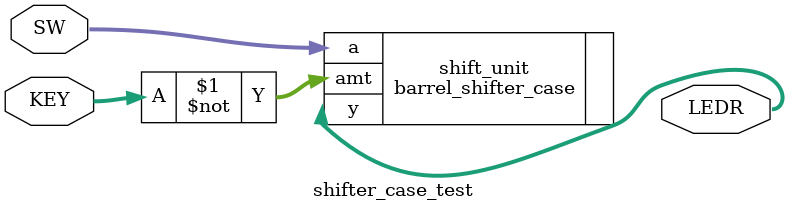
<source format=v>
module shifter_case_test
	(
		input wire [2:0] KEY,
		input wire [7:0] SW,
		output wire [7:0] LEDR
	);
	
	// instantiate shifter
	barrel_shifter_case shift_unit
		(.a(SW), .amt(~KEY), .y(LEDR));
endmodule

</source>
